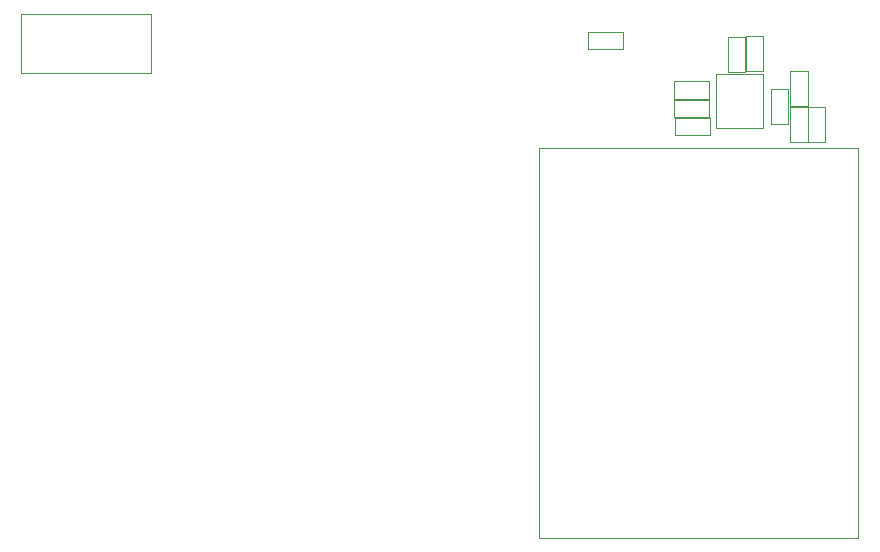
<source format=gbr>
G04 #@! TF.GenerationSoftware,KiCad,Pcbnew,9.0.0*
G04 #@! TF.CreationDate,2025-09-02T13:29:40+03:00*
G04 #@! TF.ProjectId,GSM_SMA_V1.0,47534d5f-534d-4415-9f56-312e302e6b69,rev?*
G04 #@! TF.SameCoordinates,Original*
G04 #@! TF.FileFunction,Other,User*
%FSLAX46Y46*%
G04 Gerber Fmt 4.6, Leading zero omitted, Abs format (unit mm)*
G04 Created by KiCad (PCBNEW 9.0.0) date 2025-09-02 13:29:40*
%MOMM*%
%LPD*%
G01*
G04 APERTURE LIST*
%ADD10C,0.050000*%
%ADD11C,0.100000*%
G04 APERTURE END LIST*
D10*
X141260000Y-85040000D02*
X142720000Y-85040000D01*
X141260000Y-88000000D02*
X141260000Y-85040000D01*
X142720000Y-85040000D02*
X142720000Y-88000000D01*
X142720000Y-88000000D02*
X141260000Y-88000000D01*
X137515000Y-79105000D02*
X138975000Y-79105000D01*
X137515000Y-82065000D02*
X137515000Y-79105000D01*
X138975000Y-79105000D02*
X138975000Y-82065000D01*
X138975000Y-82065000D02*
X137515000Y-82065000D01*
X131500000Y-85980000D02*
X134460000Y-85980000D01*
X131500000Y-87440000D02*
X131500000Y-85980000D01*
X134460000Y-85980000D02*
X134460000Y-87440000D01*
X134460000Y-87440000D02*
X131500000Y-87440000D01*
X134950000Y-82275000D02*
X138990000Y-82275000D01*
X138990000Y-86825000D01*
X134950000Y-86825000D01*
X134950000Y-82275000D01*
X124140000Y-78690000D02*
X124140000Y-80150000D01*
X124140000Y-80150000D02*
X127100000Y-80150000D01*
X127100000Y-78690000D02*
X124140000Y-78690000D01*
X127100000Y-80150000D02*
X127100000Y-78690000D01*
X131420000Y-82900000D02*
X134380000Y-82900000D01*
X131420000Y-84360000D02*
X131420000Y-82900000D01*
X134380000Y-82900000D02*
X134380000Y-84360000D01*
X134380000Y-84360000D02*
X131420000Y-84360000D01*
X135965000Y-79115000D02*
X137425000Y-79115000D01*
X135965000Y-82075000D02*
X135965000Y-79115000D01*
X137425000Y-79115000D02*
X137425000Y-82075000D01*
X137425000Y-82075000D02*
X135965000Y-82075000D01*
X76150000Y-77170000D02*
X76150000Y-82170000D01*
X76150000Y-82170000D02*
X87150000Y-82170000D01*
X87150000Y-77170000D02*
X76150000Y-77170000D01*
X87150000Y-82170000D02*
X87150000Y-77170000D01*
X131450000Y-84450000D02*
X134410000Y-84450000D01*
X131450000Y-85910000D02*
X131450000Y-84450000D01*
X134410000Y-84450000D02*
X134410000Y-85910000D01*
X134410000Y-85910000D02*
X131450000Y-85910000D01*
X139640000Y-83585000D02*
X141100000Y-83585000D01*
X139640000Y-86545000D02*
X139640000Y-83585000D01*
X141100000Y-83585000D02*
X141100000Y-86545000D01*
X141100000Y-86545000D02*
X139640000Y-86545000D01*
D11*
X120020000Y-88590000D02*
X147020000Y-88590000D01*
X120020000Y-121590000D02*
X120020000Y-88590000D01*
X147020000Y-88590000D02*
X147020000Y-121590000D01*
X147020000Y-121590000D02*
X120020000Y-121590000D01*
D10*
X141260000Y-82015000D02*
X142720000Y-82015000D01*
X141260000Y-84975000D02*
X141260000Y-82015000D01*
X142720000Y-82015000D02*
X142720000Y-84975000D01*
X142720000Y-84975000D02*
X141260000Y-84975000D01*
X142780000Y-85040000D02*
X144240000Y-85040000D01*
X142780000Y-88000000D02*
X142780000Y-85040000D01*
X144240000Y-85040000D02*
X144240000Y-88000000D01*
X144240000Y-88000000D02*
X142780000Y-88000000D01*
M02*

</source>
